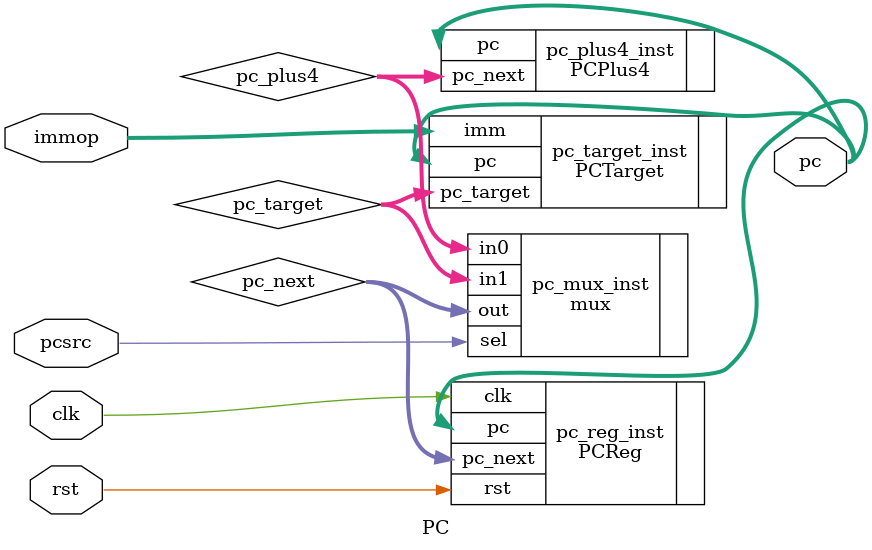
<source format=sv>
module PC #(
    DATA_WIDTH = 32
) (
    input   logic                     clk,
    input   logic                     rst,
    input   logic                     pcsrc,
    input   logic [DATA_WIDTH-1:0]    immop,
    output  logic [DATA_WIDTH-1:0]    pc
);
    // Wires
    logic [DATA_WIDTH-1:0] pc_plus4;
    logic [DATA_WIDTH-1:0] pc_target;
    logic [DATA_WIDTH-1:0] pc_next;

    // Instantiate PCPlus4
    PCPlus4 #(
        .DATA_WIDTH(DATA_WIDTH)
    ) pc_plus4_inst (
        .pc(pc),
        .pc_next(pc_plus4)
    );

    // Instantiate PCTarget
    PCTarget #(
        .DATA_WIDTH(DATA_WIDTH)
    ) pc_target_inst (
        .pc(pc),
        .imm(immop),
        .pc_target(pc_target)
    );

    // Instantiate mux
    mux #(
        .DATA_WIDTH(DATA_WIDTH)
    ) pc_mux_inst (
        .in0(pc_plus4),
        .in1(pc_target),
        .sel(pcsrc),
        .out(pc_next)
    );

    // Instantiate PCReg
    PCReg #(
        .DATA_WIDTH(DATA_WIDTH)
    ) pc_reg_inst (
        .clk(clk),
        .rst(rst),
        .pc_next(pc_next),
        .pc(pc)
    );
endmodule

</source>
